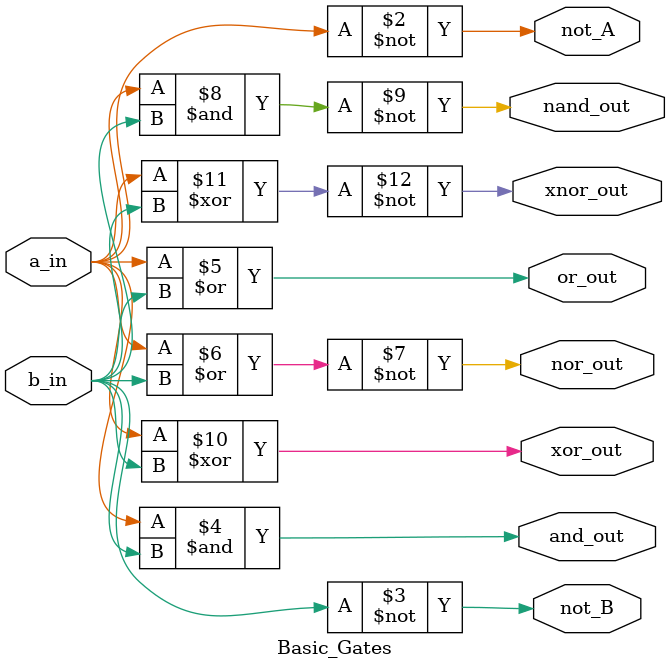
<source format=v>
module Basic_Gates(input a_in, b_in, 
                   output reg not_A, not_B, 
                   output reg and_out, or_out, 
                   output reg nor_out, nand_out, 
                   output reg xor_out, xnor_out);

  // Always block to describe behavior
  always @(*) begin
    not_A = ~a_in;
    not_B = ~b_in;
    and_out = a_in & b_in;
    or_out = a_in | b_in;
    nor_out = ~(a_in | b_in);
    nand_out = ~(a_in & b_in);
    xor_out = a_in ^ b_in;
    xnor_out = ~(a_in ^ b_in);
  end

endmodule

</source>
